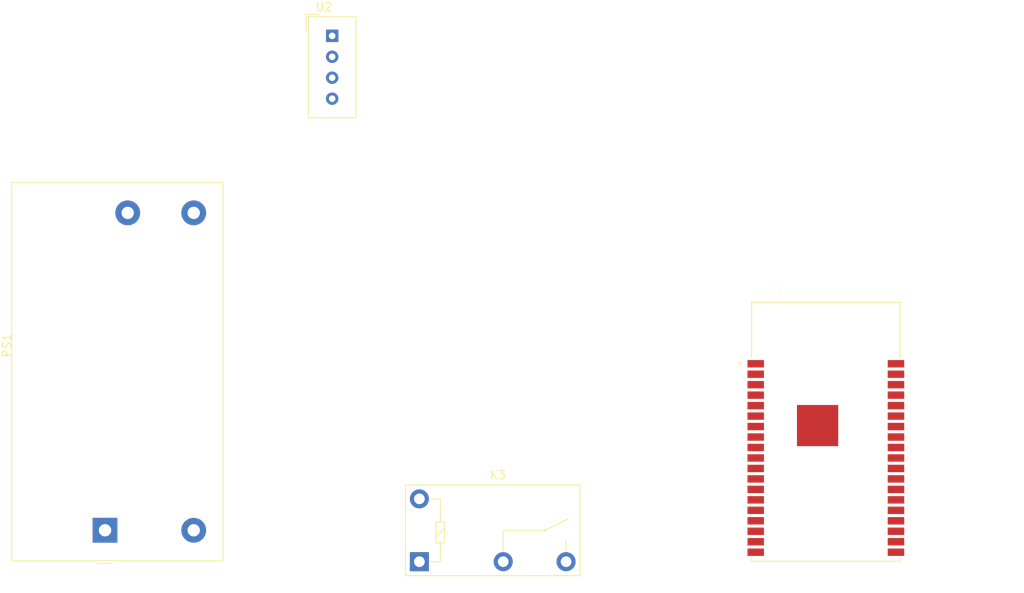
<source format=kicad_pcb>
(kicad_pcb (version 20211014) (generator pcbnew)
  (layers (0 "F.Cu" signal) (31 "B.Cu" signal) (34 "B.Paste" user) (35 "F.Paste" user) (36 "B.SilkS" user "B.Silkscreen") (37 "F.SilkS" user "F.Silkscreen") (38 "B.Mask" user) (39 "F.Mask" user) (44 "Edge.Cuts" user))
  (net 0 "")
  (footprint "ESP32-WROVER-B__16MB:XCVR_ESP32-WROVER-B_(16MB)" (layer "F.Cu") (at 147.05 79.5)
    (fp_text reference "U1" (at -6.025 -17.135) (layer "F.SilkS") (effects (font (thickness 0.015))))
    (fp_text value "ESP32-WROVER")
    (fp_line (start 9 15.7) (end 9 15.36) (layer "F.SilkS") (width 0.127))
    (fp_line (start 9 -15.7) (end 9 -9.03) (layer "F.SilkS") (width 0.127))
    (fp_line (start -9 15.36) (end -9 15.7) (layer "F.SilkS") (width 0.127))
    (fp_line (start -9 -9.03) (end -9 -15.7) (layer "F.SilkS") (width 0.127))
    (fp_line (start -9 -15.7) (end 9 -15.7) (layer "F.SilkS") (width 0.127))
    (fp_line (start -9 15.7) (end 9 15.7) (layer "F.SilkS") (width 0.127))
    (fp_circle (center -10.4 -8.3) (end -10.3 -8.3) (layer "F.SilkS") (width 0.2) (fill none))
    (pad "1" smd rect locked (at -8.5 -8.26) (size 2 0.9) (layers "F.Cu" "F.Paste" "F.Mask"))
    (pad "2" smd rect locked (at -8.5 -6.99) (size 2 0.9) (layers "F.Cu" "F.Paste" "F.Mask"))
    (pad "3" smd rect locked (at -8.5 -5.72) (size 2 0.9) (layers "F.Cu" "F.Paste" "F.Mask"))
    (pad "4" smd rect locked (at -8.5 -4.45) (size 2 0.9) (layers "F.Cu" "F.Paste" "F.Mask"))
    (pad "5" smd rect locked (at -8.5 -3.18) (size 2 0.9) (layers "F.Cu" "F.Paste" "F.Mask"))
    (pad "6" smd rect locked (at -8.5 -1.91) (size 2 0.9) (layers "F.Cu" "F.Paste" "F.Mask"))
    (pad "7" smd rect locked (at -8.5 -0.64) (size 2 0.9) (layers "F.Cu" "F.Paste" "F.Mask"))
    (pad "8" smd rect locked (at -8.5 0.63) (size 2 0.9) (layers "F.Cu" "F.Paste" "F.Mask"))
    (pad "9" smd rect locked (at -8.5 1.9) (size 2 0.9) (layers "F.Cu" "F.Paste" "F.Mask"))
    (pad "10" smd rect locked (at -8.5 3.17) (size 2 0.9) (layers "F.Cu" "F.Paste" "F.Mask"))
    (pad "11" smd rect locked (at -8.5 4.44) (size 2 0.9) (layers "F.Cu" "F.Paste" "F.Mask"))
    (pad "12" smd rect locked (at -8.5 5.71) (size 2 0.9) (layers "F.Cu" "F.Paste" "F.Mask"))
    (pad "13" smd rect locked (at -8.5 6.98) (size 2 0.9) (layers "F.Cu" "F.Paste" "F.Mask"))
    (pad "14" smd rect locked (at -8.5 8.25) (size 2 0.9) (layers "F.Cu" "F.Paste" "F.Mask"))
    (pad "15" smd rect locked (at -8.5 9.52) (size 2 0.9) (layers "F.Cu" "F.Paste" "F.Mask"))
    (pad "16" smd rect locked (at -8.5 10.79) (size 2 0.9) (layers "F.Cu" "F.Paste" "F.Mask"))
    (pad "17" smd rect locked (at -8.5 12.06) (size 2 0.9) (layers "F.Cu" "F.Paste" "F.Mask"))
    (pad "18" smd rect locked (at -8.5 13.33) (size 2 0.9) (layers "F.Cu" "F.Paste" "F.Mask"))
    (pad "19" smd rect locked (at -8.5 14.6) (size 2 0.9) (layers "F.Cu" "F.Paste" "F.Mask"))
    (pad "20" smd rect locked (at 8.5 14.6) (size 2 0.9) (layers "F.Cu" "F.Paste" "F.Mask"))
    (pad "21" smd rect locked (at 8.5 13.33) (size 2 0.9) (layers "F.Cu" "F.Paste" "F.Mask"))
    (pad "22" smd rect locked (at 8.5 12.06) (size 2 0.9) (layers "F.Cu" "F.Paste" "F.Mask"))
    (pad "23" smd rect locked (at 8.5 10.79) (size 2 0.9) (layers "F.Cu" "F.Paste" "F.Mask"))
    (pad "24" smd rect locked (at 8.5 9.52) (size 2 0.9) (layers "F.Cu" "F.Paste" "F.Mask"))
    (pad "25" smd rect locked (at 8.5 8.25) (size 2 0.9) (layers "F.Cu" "F.Paste" "F.Mask"))
    (pad "26" smd rect locked (at 8.5 6.98) (size 2 0.9) (layers "F.Cu" "F.Paste" "F.Mask"))
    (pad "27" smd rect locked (at 8.5 5.71) (size 2 0.9) (layers "F.Cu" "F.Paste" "F.Mask"))
    (pad "28" smd rect locked (at 8.5 4.44) (size 2 0.9) (layers "F.Cu" "F.Paste" "F.Mask"))
    (pad "29" smd rect locked (at 8.5 3.17) (size 2 0.9) (layers "F.Cu" "F.Paste" "F.Mask"))
    (pad "30" smd rect locked (at 8.5 1.9) (size 2 0.9) (layers "F.Cu" "F.Paste" "F.Mask"))
    (pad "31" smd rect locked (at 8.5 0.63) (size 2 0.9) (layers "F.Cu" "F.Paste" "F.Mask"))
    (pad "32" smd rect locked (at 8.5 -0.64) (size 2 0.9) (layers "F.Cu" "F.Paste" "F.Mask"))
    (pad "33" smd rect locked (at 8.5 -1.91) (size 2 0.9) (layers "F.Cu" "F.Paste" "F.Mask"))
    (pad "34" smd rect locked (at 8.5 -3.18) (size 2 0.9) (layers "F.Cu" "F.Paste" "F.Mask"))
    (pad "35" smd rect locked (at 8.5 -4.45) (size 2 0.9) (layers "F.Cu" "F.Paste" "F.Mask"))
    (pad "36" smd rect locked (at 8.5 -5.72) (size 2 0.9) (layers "F.Cu" "F.Paste" "F.Mask"))
    (pad "37" smd rect locked (at 8.5 -6.99) (size 2 0.9) (layers "F.Cu" "F.Paste" "F.Mask"))
    (pad "38" smd rect locked (at 8.5 -8.26) (size 2 0.9) (layers "F.Cu" "F.Paste" "F.Mask"))
    (pad "39" smd rect locked (at -1 -0.76) (size 5 5) (layers "F.Cu" "F.Mask"))
  )
  (footprint "Converter_ACDC:Converter_ACDC_MeanWell_IRM-05-xx_THT" (layer "F.Cu") (at 59.69 91.44 90)
    (fp_text reference "PS1" (at 22.42 -11.88 90) (layer "F.SilkS"))
    (fp_text value "IRM-05-5")
    (fp_line (start 42.2 -11.3) (end 42.2 14.3) (layer "F.SilkS") (width 0.12))
    (fp_line (start -3.7 14.3) (end 42.2 14.3) (layer "F.SilkS") (width 0.12))
    (fp_line (start -3.7 -11.3) (end 42.2 -11.3) (layer "F.SilkS") (width 0.12))
    (fp_line (start -3.7 -11.3) (end -3.7 14.3) (layer "F.SilkS") (width 0.12))
    (fp_line (start -4 -1) (end -4 1) (layer "F.SilkS") (width 0.12))
    (pad "1" thru_hole rect locked (at 0 0 90) (size 3 3) (drill 1.5) (layers *.Cu *.Mask))
    (pad "2" thru_hole circle locked (at 0 10.75 90) (size 3 3) (drill 1.5) (layers *.Cu *.Mask))
    (pad "3" thru_hole circle locked (at 38.5 10.75 90) (size 3 3) (drill 1.5) (layers *.Cu *.Mask))
    (pad "4" thru_hole circle locked (at 38.5 2.75 90) (size 3 3) (drill 1.5) (layers *.Cu *.Mask))
  )
  (footprint "Relay_THT:Relay_SPST_Omron-G5Q-1A" (layer "F.Cu") (at 97.79 95.25)
    (fp_text reference "K3" (at 9.5 -10.5 180) (layer "F.SilkS"))
    (fp_text value "G5Q-1A")
    (fp_line (start -1.68 1.69) (end 19.46 1.69) (layer "F.SilkS") (width 0.12))
    (fp_line (start 2.54 -4.83) (end 2.54 -7.62) (layer "F.SilkS") (width 0.12))
    (fp_line (start -1.68 1.69) (end -1.68 -9.31) (layer "F.SilkS") (width 0.12))
    (fp_line (start 2.03 -2.29) (end 2.03 -4.83) (layer "F.SilkS") (width 0.12))
    (fp_line (start 2.54 -7.62) (end 1.27 -7.62) (layer "F.SilkS") (width 0.12))
    (fp_line (start 2.03 -3.05) (end 3.05 -4.06) (layer "F.SilkS") (width 0.12))
    (fp_line (start 2.54 0) (end 2.54 -2.29) (layer "F.SilkS") (width 0.12))
    (fp_line (start 2.54 -4.83) (end 3.05 -4.83) (layer "F.SilkS") (width 0.12))
    (fp_line (start 2.54 -2.29) (end 2.03 -2.29) (layer "F.SilkS") (width 0.12))
    (fp_line (start 15.24 -3.81) (end 18.03 -5.21) (layer "F.SilkS") (width 0.12))
    (fp_line (start 2.03 -4.83) (end 2.54 -4.83) (layer "F.SilkS") (width 0.12))
    (fp_line (start 3.05 -4.83) (end 3.05 -2.29) (layer "F.SilkS") (width 0.12))
    (fp_line (start 1.27 0) (end 2.54 0) (layer "F.SilkS") (width 0.12))
    (fp_line (start 19.46 1.69) (end 19.46 -9.31) (layer "F.SilkS") (width 0.12))
    (fp_line (start 10.16 -3.81) (end 15.24 -3.81) (layer "F.SilkS") (width 0.12))
    (fp_line (start 17.78 -1.27) (end 17.78 -2.54) (layer "F.SilkS") (width 0.12))
    (fp_line (start 3.05 -2.29) (end 2.54 -2.29) (layer "F.SilkS") (width 0.12))
    (fp_line (start 10.16 -1.27) (end 10.16 -3.81) (layer "F.SilkS") (width 0.12))
    (fp_line (start -1.68 -9.31) (end 19.46 -9.31) (layer "F.SilkS") (width 0.12))
    (fp_circle (center 15.24 -3.81) (end 15.24 -3.68) (layer "F.SilkS") (width 0.12) (fill none))
    (pad "1" thru_hole rect locked (at 0 0 180) (size 2.3 2.3) (drill 1.3) (layers *.Cu *.Mask))
    (pad "2" thru_hole circle locked (at 10.16 0 180) (size 2.3 2.3) (drill 1.3) (layers *.Cu *.Mask))
    (pad "3" thru_hole circle locked (at 17.78 0 180) (size 2.3 2.3) (drill 1.3) (layers *.Cu *.Mask))
    (pad "5" thru_hole circle locked (at 0 -7.62 180) (size 2.3 2.3) (drill 1.3) (layers *.Cu *.Mask))
  )
  (footprint "Sensor:Aosong_DHT11_5.5x12.0_P2.54mm" (layer "F.Cu") (at 87.2195 31.4665)
    (fp_text reference "U2" (at -1 -3.5) (layer "F.SilkS"))
    (fp_text value "DHT11")
    (fp_line (start -3.16 -2.6) (end -1.55 -2.6) (layer "F.SilkS") (width 0.12))
    (fp_line (start 2.88 -2.32) (end 2.88 9.94) (layer "F.SilkS") (width 0.12))
    (fp_line (start -2.88 9.94) (end -2.88 -2.31) (layer "F.SilkS") (width 0.12))
    (fp_line (start 2.88 9.94) (end -2.88 9.94) (layer "F.SilkS") (width 0.12))
    (fp_line (start -3.16 -2.6) (end -3.16 -0.6) (layer "F.SilkS") (width 0.12))
    (fp_line (start -2.87 -2.32) (end 2.87 -2.32) (layer "F.SilkS") (width 0.12))
    (pad "1" thru_hole rect locked (at 0 0) (size 1.5 1.5) (drill 0.8) (layers *.Cu *.Mask))
    (pad "2" thru_hole circle locked (at 0 2.54) (size 1.5 1.5) (drill 0.8) (layers *.Cu *.Mask))
    (pad "3" thru_hole circle locked (at 0 5.08) (size 1.5 1.5) (drill 0.8) (layers *.Cu *.Mask))
    (pad "4" thru_hole circle locked (at 0 7.62) (size 1.5 1.5) (drill 0.8) (layers *.Cu *.Mask))
  )
)
</source>
